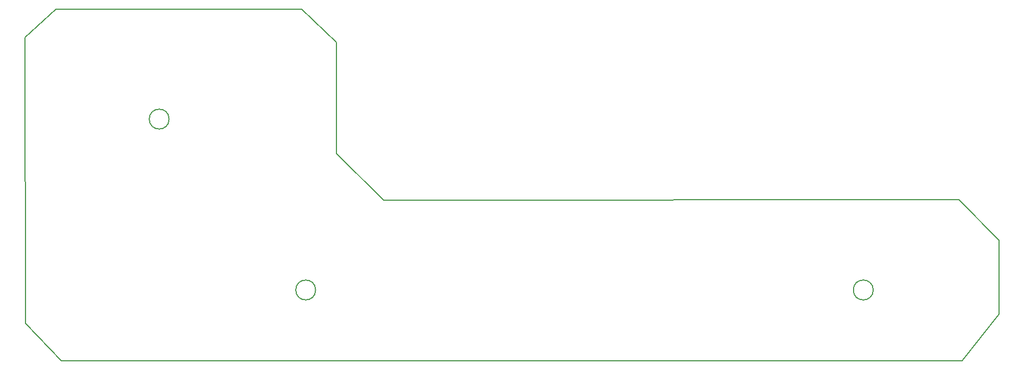
<source format=gbr>
G04 #@! TF.GenerationSoftware,KiCad,Pcbnew,(5.1.2)-1*
G04 #@! TF.CreationDate,2019-05-03T21:31:26-03:00*
G04 #@! TF.ProjectId,Eletr_nica,456c6574-72f4-46e6-9963-612e6b696361,rev?*
G04 #@! TF.SameCoordinates,Original*
G04 #@! TF.FileFunction,Profile,NP*
%FSLAX46Y46*%
G04 Gerber Fmt 4.6, Leading zero omitted, Abs format (unit mm)*
G04 Created by KiCad (PCBNEW (5.1.2)-1) date 2019-05-03 21:31:26*
%MOMM*%
%LPD*%
G04 APERTURE LIST*
%ADD10C,0.150000*%
G04 APERTURE END LIST*
D10*
X167920000Y-122555000D02*
G75*
G03X167920000Y-122555000I-1550000J0D01*
G01*
X80925000Y-122555000D02*
G75*
G03X80925000Y-122555000I-1550000J0D01*
G01*
X58065000Y-95885000D02*
G75*
G03X58065000Y-95885000I-1550000J0D01*
G01*
X35560000Y-83185000D02*
X40367884Y-78740000D01*
X35651489Y-127773490D02*
X35560000Y-83185000D01*
X41275000Y-133592846D02*
X35651489Y-127773490D01*
X181783379Y-133592846D02*
X41275000Y-133592846D01*
X187567034Y-126365000D02*
X181783379Y-133592846D01*
X187567034Y-114783472D02*
X187567034Y-126365000D01*
X181319259Y-108469649D02*
X187567034Y-114783472D01*
X91547655Y-108505351D02*
X181319259Y-108469649D01*
X84157429Y-101222230D02*
X91547655Y-108505351D01*
X84177065Y-83899828D02*
X84157429Y-101222230D01*
X78740000Y-78740000D02*
X84177065Y-83899828D01*
X40367884Y-78740000D02*
X78740000Y-78740000D01*
M02*

</source>
